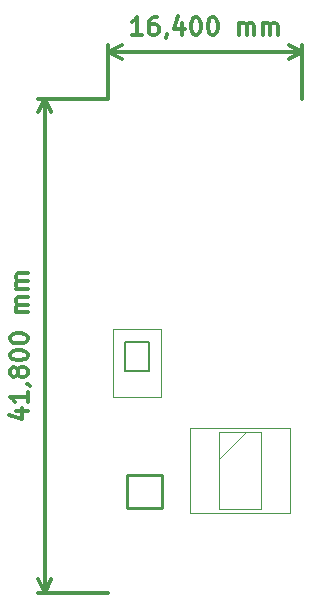
<source format=gbr>
G04 #@! TF.GenerationSoftware,KiCad,Pcbnew,(5.0.2)-1*
G04 #@! TF.CreationDate,2022-05-07T19:17:56+02:00*
G04 #@! TF.ProjectId,Pendrive_v1,50656e64-7269-4766-955f-76312e6b6963,rev?*
G04 #@! TF.SameCoordinates,Original*
G04 #@! TF.FileFunction,Drawing*
%FSLAX46Y46*%
G04 Gerber Fmt 4.6, Leading zero omitted, Abs format (unit mm)*
G04 Created by KiCad (PCBNEW (5.0.2)-1) date 07.05.2022 19:17:56*
%MOMM*%
%LPD*%
G01*
G04 APERTURE LIST*
%ADD10C,0.300000*%
%ADD11C,0.200000*%
%ADD12C,0.100000*%
%ADD13C,0.050000*%
%ADD14C,0.254000*%
G04 APERTURE END LIST*
D10*
X102842857Y-94578571D02*
X101985714Y-94578571D01*
X102414285Y-94578571D02*
X102414285Y-93078571D01*
X102271428Y-93292857D01*
X102128571Y-93435714D01*
X101985714Y-93507142D01*
X104128571Y-93078571D02*
X103842857Y-93078571D01*
X103700000Y-93150000D01*
X103628571Y-93221428D01*
X103485714Y-93435714D01*
X103414285Y-93721428D01*
X103414285Y-94292857D01*
X103485714Y-94435714D01*
X103557142Y-94507142D01*
X103700000Y-94578571D01*
X103985714Y-94578571D01*
X104128571Y-94507142D01*
X104200000Y-94435714D01*
X104271428Y-94292857D01*
X104271428Y-93935714D01*
X104200000Y-93792857D01*
X104128571Y-93721428D01*
X103985714Y-93650000D01*
X103700000Y-93650000D01*
X103557142Y-93721428D01*
X103485714Y-93792857D01*
X103414285Y-93935714D01*
X104985714Y-94507142D02*
X104985714Y-94578571D01*
X104914285Y-94721428D01*
X104842857Y-94792857D01*
X106271428Y-93578571D02*
X106271428Y-94578571D01*
X105914285Y-93007142D02*
X105557142Y-94078571D01*
X106485714Y-94078571D01*
X107342857Y-93078571D02*
X107485714Y-93078571D01*
X107628571Y-93150000D01*
X107700000Y-93221428D01*
X107771428Y-93364285D01*
X107842857Y-93650000D01*
X107842857Y-94007142D01*
X107771428Y-94292857D01*
X107700000Y-94435714D01*
X107628571Y-94507142D01*
X107485714Y-94578571D01*
X107342857Y-94578571D01*
X107200000Y-94507142D01*
X107128571Y-94435714D01*
X107057142Y-94292857D01*
X106985714Y-94007142D01*
X106985714Y-93650000D01*
X107057142Y-93364285D01*
X107128571Y-93221428D01*
X107200000Y-93150000D01*
X107342857Y-93078571D01*
X108771428Y-93078571D02*
X108914285Y-93078571D01*
X109057142Y-93150000D01*
X109128571Y-93221428D01*
X109200000Y-93364285D01*
X109271428Y-93650000D01*
X109271428Y-94007142D01*
X109200000Y-94292857D01*
X109128571Y-94435714D01*
X109057142Y-94507142D01*
X108914285Y-94578571D01*
X108771428Y-94578571D01*
X108628571Y-94507142D01*
X108557142Y-94435714D01*
X108485714Y-94292857D01*
X108414285Y-94007142D01*
X108414285Y-93650000D01*
X108485714Y-93364285D01*
X108557142Y-93221428D01*
X108628571Y-93150000D01*
X108771428Y-93078571D01*
X111057142Y-94578571D02*
X111057142Y-93578571D01*
X111057142Y-93721428D02*
X111128571Y-93650000D01*
X111271428Y-93578571D01*
X111485714Y-93578571D01*
X111628571Y-93650000D01*
X111700000Y-93792857D01*
X111700000Y-94578571D01*
X111700000Y-93792857D02*
X111771428Y-93650000D01*
X111914285Y-93578571D01*
X112128571Y-93578571D01*
X112271428Y-93650000D01*
X112342857Y-93792857D01*
X112342857Y-94578571D01*
X113057142Y-94578571D02*
X113057142Y-93578571D01*
X113057142Y-93721428D02*
X113128571Y-93650000D01*
X113271428Y-93578571D01*
X113485714Y-93578571D01*
X113628571Y-93650000D01*
X113700000Y-93792857D01*
X113700000Y-94578571D01*
X113700000Y-93792857D02*
X113771428Y-93650000D01*
X113914285Y-93578571D01*
X114128571Y-93578571D01*
X114271428Y-93650000D01*
X114342857Y-93792857D01*
X114342857Y-94578571D01*
X100000000Y-96000000D02*
X116400000Y-96000000D01*
X100000000Y-100000000D02*
X100000000Y-95413579D01*
X116400000Y-100000000D02*
X116400000Y-95413579D01*
X116400000Y-96000000D02*
X115273496Y-96586421D01*
X116400000Y-96000000D02*
X115273496Y-95413579D01*
X100000000Y-96000000D02*
X101126504Y-96586421D01*
X100000000Y-96000000D02*
X101126504Y-95413579D01*
X92178571Y-126400000D02*
X93178571Y-126400000D01*
X91607142Y-126757142D02*
X92678571Y-127114285D01*
X92678571Y-126185714D01*
X93178571Y-124828571D02*
X93178571Y-125685714D01*
X93178571Y-125257142D02*
X91678571Y-125257142D01*
X91892857Y-125400000D01*
X92035714Y-125542857D01*
X92107142Y-125685714D01*
X93107142Y-124114285D02*
X93178571Y-124114285D01*
X93321428Y-124185714D01*
X93392857Y-124257142D01*
X92321428Y-123257142D02*
X92250000Y-123400000D01*
X92178571Y-123471428D01*
X92035714Y-123542857D01*
X91964285Y-123542857D01*
X91821428Y-123471428D01*
X91750000Y-123400000D01*
X91678571Y-123257142D01*
X91678571Y-122971428D01*
X91750000Y-122828571D01*
X91821428Y-122757142D01*
X91964285Y-122685714D01*
X92035714Y-122685714D01*
X92178571Y-122757142D01*
X92250000Y-122828571D01*
X92321428Y-122971428D01*
X92321428Y-123257142D01*
X92392857Y-123400000D01*
X92464285Y-123471428D01*
X92607142Y-123542857D01*
X92892857Y-123542857D01*
X93035714Y-123471428D01*
X93107142Y-123400000D01*
X93178571Y-123257142D01*
X93178571Y-122971428D01*
X93107142Y-122828571D01*
X93035714Y-122757142D01*
X92892857Y-122685714D01*
X92607142Y-122685714D01*
X92464285Y-122757142D01*
X92392857Y-122828571D01*
X92321428Y-122971428D01*
X91678571Y-121757142D02*
X91678571Y-121614285D01*
X91750000Y-121471428D01*
X91821428Y-121400000D01*
X91964285Y-121328571D01*
X92250000Y-121257142D01*
X92607142Y-121257142D01*
X92892857Y-121328571D01*
X93035714Y-121400000D01*
X93107142Y-121471428D01*
X93178571Y-121614285D01*
X93178571Y-121757142D01*
X93107142Y-121900000D01*
X93035714Y-121971428D01*
X92892857Y-122042857D01*
X92607142Y-122114285D01*
X92250000Y-122114285D01*
X91964285Y-122042857D01*
X91821428Y-121971428D01*
X91750000Y-121900000D01*
X91678571Y-121757142D01*
X91678571Y-120328571D02*
X91678571Y-120185714D01*
X91750000Y-120042857D01*
X91821428Y-119971428D01*
X91964285Y-119900000D01*
X92250000Y-119828571D01*
X92607142Y-119828571D01*
X92892857Y-119900000D01*
X93035714Y-119971428D01*
X93107142Y-120042857D01*
X93178571Y-120185714D01*
X93178571Y-120328571D01*
X93107142Y-120471428D01*
X93035714Y-120542857D01*
X92892857Y-120614285D01*
X92607142Y-120685714D01*
X92250000Y-120685714D01*
X91964285Y-120614285D01*
X91821428Y-120542857D01*
X91750000Y-120471428D01*
X91678571Y-120328571D01*
X93178571Y-118042857D02*
X92178571Y-118042857D01*
X92321428Y-118042857D02*
X92250000Y-117971428D01*
X92178571Y-117828571D01*
X92178571Y-117614285D01*
X92250000Y-117471428D01*
X92392857Y-117400000D01*
X93178571Y-117400000D01*
X92392857Y-117400000D02*
X92250000Y-117328571D01*
X92178571Y-117185714D01*
X92178571Y-116971428D01*
X92250000Y-116828571D01*
X92392857Y-116757142D01*
X93178571Y-116757142D01*
X93178571Y-116042857D02*
X92178571Y-116042857D01*
X92321428Y-116042857D02*
X92250000Y-115971428D01*
X92178571Y-115828571D01*
X92178571Y-115614285D01*
X92250000Y-115471428D01*
X92392857Y-115400000D01*
X93178571Y-115400000D01*
X92392857Y-115400000D02*
X92250000Y-115328571D01*
X92178571Y-115185714D01*
X92178571Y-114971428D01*
X92250000Y-114828571D01*
X92392857Y-114757142D01*
X93178571Y-114757142D01*
X94600000Y-141800000D02*
X94600000Y-100000000D01*
X100000000Y-141800000D02*
X94013579Y-141800000D01*
X100000000Y-100000000D02*
X94013579Y-100000000D01*
X94600000Y-100000000D02*
X95186421Y-101126504D01*
X94600000Y-100000000D02*
X94013579Y-101126504D01*
X94600000Y-141800000D02*
X95186421Y-140673496D01*
X94600000Y-141800000D02*
X94013579Y-140673496D01*
D11*
G04 #@! TO.C,Y1*
X103435000Y-123043000D02*
X103435000Y-120543000D01*
X103435000Y-120543000D02*
X101435000Y-120543000D01*
X101435000Y-120543000D02*
X101435000Y-123043000D01*
X101435000Y-123043000D02*
X103435000Y-123043000D01*
D12*
X100372000Y-125193000D02*
X100372000Y-119468000D01*
X100372000Y-119468000D02*
X104498000Y-119468000D01*
X104498000Y-119468000D02*
X104498000Y-125193000D01*
X104498000Y-125193000D02*
X100372000Y-125193000D01*
D13*
G04 #@! TO.C,IC2*
X106910000Y-127848000D02*
X115410000Y-127848000D01*
X115410000Y-127848000D02*
X115410000Y-135058000D01*
X115410000Y-135058000D02*
X106910000Y-135058000D01*
X106910000Y-135058000D02*
X106910000Y-127848000D01*
D12*
X109408000Y-128201000D02*
X112912000Y-128201000D01*
X112912000Y-128201000D02*
X112912000Y-134705000D01*
X112912000Y-134705000D02*
X109408000Y-134705000D01*
X109408000Y-134705000D02*
X109408000Y-128201000D01*
X109408000Y-130491000D02*
X111698000Y-128201000D01*
D14*
G04 #@! TO.C,LED1*
X101571000Y-134623000D02*
X101571000Y-131823000D01*
X101571000Y-131823000D02*
X104571000Y-131823000D01*
X104571000Y-131823000D02*
X104571000Y-134623000D01*
X104571000Y-134623000D02*
X101571000Y-134623000D01*
G04 #@! TD*
M02*

</source>
